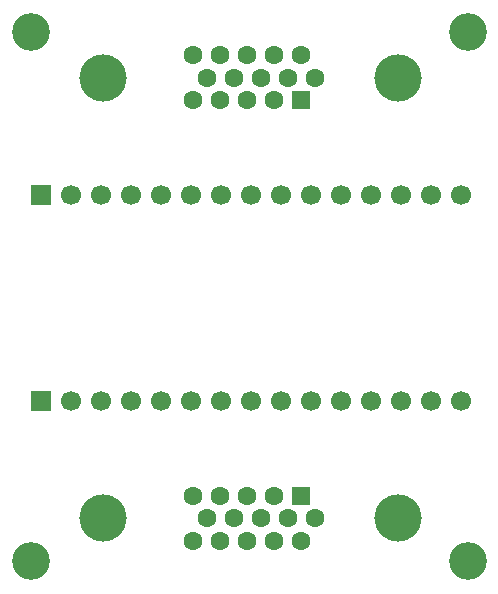
<source format=gbr>
%TF.GenerationSoftware,KiCad,Pcbnew,9.0.1*%
%TF.CreationDate,2025-10-18T13:32:14+03:00*%
%TF.ProjectId,transection-vga,7472616e-7365-4637-9469-6f6e2d766761,rev?*%
%TF.SameCoordinates,Original*%
%TF.FileFunction,Soldermask,Bot*%
%TF.FilePolarity,Negative*%
%FSLAX46Y46*%
G04 Gerber Fmt 4.6, Leading zero omitted, Abs format (unit mm)*
G04 Created by KiCad (PCBNEW 9.0.1) date 2025-10-18 13:32:14*
%MOMM*%
%LPD*%
G01*
G04 APERTURE LIST*
%ADD10C,3.200000*%
%ADD11C,4.000000*%
%ADD12R,1.600000X1.600000*%
%ADD13C,1.600000*%
%ADD14R,1.700000X1.700000*%
%ADD15C,1.700000*%
G04 APERTURE END LIST*
D10*
%TO.C,REF\u002A\u002A*%
X117250000Y-119750000D03*
%TD*%
%TO.C,REF\u002A\u002A*%
X154250000Y-119750000D03*
%TD*%
%TO.C,REF\u002A\u002A*%
X117250000Y-75000000D03*
%TD*%
D11*
%TO.C,J4*%
X123345000Y-116140000D03*
X148345000Y-116140000D03*
D12*
X140160000Y-114250000D03*
D13*
X137870000Y-114250000D03*
X135580000Y-114250000D03*
X133290000Y-114250000D03*
X131000000Y-114250000D03*
X141305000Y-116150000D03*
X139015000Y-116150000D03*
X136725000Y-116150000D03*
X134435000Y-116150000D03*
X132145000Y-116150000D03*
X140160000Y-118050000D03*
X137870000Y-118050000D03*
X135580000Y-118050000D03*
X133290000Y-118050000D03*
X131000000Y-118050000D03*
%TD*%
D14*
%TO.C,J3*%
X118090000Y-106196887D03*
D15*
X120630000Y-106196887D03*
X123170000Y-106196887D03*
X125710000Y-106196887D03*
X128250000Y-106196887D03*
X130790000Y-106196887D03*
X133330000Y-106196887D03*
X135870000Y-106196887D03*
X138410000Y-106196887D03*
X140950000Y-106196887D03*
X143490000Y-106196887D03*
X146030000Y-106196887D03*
X148570000Y-106196887D03*
X151110000Y-106196887D03*
X153650000Y-106196887D03*
%TD*%
D10*
%TO.C,REF\u002A\u002A*%
X154250000Y-75000000D03*
%TD*%
D11*
%TO.C,J1*%
X123345000Y-78856887D03*
X148345000Y-78856887D03*
D12*
X140160000Y-80746887D03*
D13*
X137870000Y-80746887D03*
X135580000Y-80746887D03*
X133290000Y-80746887D03*
X131000000Y-80746887D03*
X141305000Y-78846887D03*
X139015000Y-78846887D03*
X136725000Y-78846887D03*
X134435000Y-78846887D03*
X132145000Y-78846887D03*
X140160000Y-76946887D03*
X137870000Y-76946887D03*
X135580000Y-76946887D03*
X133290000Y-76946887D03*
X131000000Y-76946887D03*
%TD*%
D14*
%TO.C,J2*%
X118090000Y-88750000D03*
D15*
X120630000Y-88750000D03*
X123170000Y-88750000D03*
X125710000Y-88750000D03*
X128250000Y-88750000D03*
X130790000Y-88750000D03*
X133330000Y-88750000D03*
X135870000Y-88750000D03*
X138410000Y-88750000D03*
X140950000Y-88750000D03*
X143490000Y-88750000D03*
X146030000Y-88750000D03*
X148570000Y-88750000D03*
X151110000Y-88750000D03*
X153650000Y-88750000D03*
%TD*%
M02*

</source>
